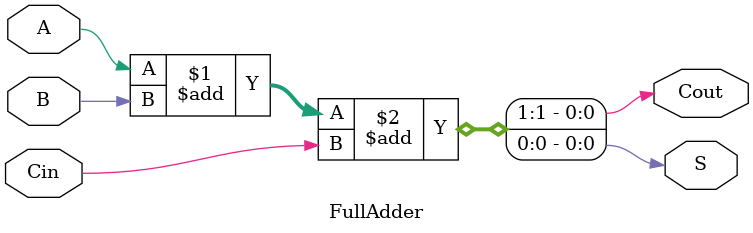
<source format=v>


// Code your design here
`define macro_args
`define indexed_part_select

module Multiplier_flat #(parameter M = 4, parameter N = 4)(
input [M-1:0] A, //Input A, size M
input [N-1:0] B, //Input B, size N
output [M+N-1:0] P );  //Output P (product), size M+N

/* Calculate LSB using Wolfram Alpha
 N==3 : http://www.wolframalpha.com/input/?i=0%2C+4%2C+9%2C+15%2C+...
 N==4 : http://www.wolframalpha.com/input/?i=0%2C+5%2C+11%2C+18%2C+26%2C+35%2C+...
 N==5 : http://www.wolframalpha.com/input/?i=0%2C+6%2C+13%2C+21%2C+30%2C+...
 */
`ifdef macro_args
// initial $display("Use Macro Args");
`define calc_pp_lsb(n) (((n)-1)*((n)+2*M)/2)
//`define calc_pp_msb(n) (`calc_pp_lsb(n+1)-1)
`define calc_pp_msb(n) ((n**2+(2*M+1)*n-2)/2)
//`define calc_range(n) `calc_pp_msb(n):`calc_pp_lsb(n)
`define calc_pp_range(n) `calc_pp_lsb(n) +: (M+n)

wire [`calc_pp_msb(N):0] PP;
assign PP[`calc_pp_range(1)] = { 1'b0 , { A & {M{B[0]}} } };
assign P = PP[`calc_pp_range(N)];
`elsif indexed_part_select
// initial $display("Use Indexed Part Select");
localparam MSB = (N**2+(2*M+1)*N-2)/2;
wire [MSB:0] PP;
assign PP[M:0] = { 1'b0 , { A & {M{B[0]}} } };
assign P = PP[MSB -: M+N];
`else
// initial $display("Use Worst Case");
localparam MSB = (N**2+(2*M+1)*N-2)/2;
wire [MSB:0] PP;
assign PP[M:0] = { 1'b0 , { A & {M{B[0]}} } };
assign P = PP[MSB : MSB+1-M-N];
`endif

genvar i;
generate
for (i=1; i < N; i=i+1)
begin: addPartialProduct
    wire [M+i-1:0] gA,gB,gS;
    wire Cout;
    assign gA = { A & {M{B[i]}} , {i{1'b0}} };
    `ifdef macro_args
    assign gB = PP[`calc_pp_range(i)];
    assign PP[`calc_pp_range(i+1)] = {Cout,gS};
    `elsif indexed_part_select
    assign gB = PP[(i-1)*(i+2*M)/2 +: M+i];
    assign PP[i*((i+1)+2*M)/2 +: M+i+1] = {Cout,gS};
    `else
    localparam LSB = (i-1)*(i+2*M)/2;
    localparam MSB = (i**2+(2*M+1)*i-2)/2;
    localparam MSB2 = ((i+1)**2+(2*M+1)*(i+1)-2)/2;
    assign gB = PP[MSB : LSB];
    assign PP[ MSB2 : MSB+1] = {Cout,gS};
    `endif
    RippleCarryAdder#(M+i) adder( .A(gA), .B(gB), .S(gS), .Cin (1'b0), .Cout(Cout) );
end
endgenerate

`ifdef macro_args
// Cleanup global space
`undef calc_pp_range
`undef calc_pp_msb
`undef calc_pp_lsb
`endif
endmodule

module Multiplier_2D #(parameter M = 4, parameter N = 4)(
input [M-1:0] A, //Input A, size M
input [N-1:0] B, //Input B, size N
output [M+N-1:0] P );  //Output P (product), size M+N

wire [M+N-1:0] PP [N-1:0];

// Note: bits PP[0][M+N-1:M+1] are never used. Unused bits are optimized out during synthesis
//assign PP[0][M:0] = { {1'b0} , { A & {M{B[0]}} } };
//assign PP[0][M+N-1:M+1] = {(N-1){1'b0}}; // uncomment to make probing readable
assign PP[0] = { {N{1'b0}} , { A & {M{B[0]}} } };
assign P = PP[N-1];

genvar i;
generate
for (i=1; i < N; i=i+1)
begin: addPartialProduct
    wire [M+i-1:0] gA,gB,gS; wire Cout;
    assign gA = { A & {M{B[i]}} , {i{1'b0}} };
    assign gB = PP[i-1][M+i-1:0];
    //assign PP[i][M+i:0] = {Cout,gS};
    //if (i+1<N) assign PP[i][M+N-1:M+i+1] = {(N-i){1'b0}}; // uncomment to make probing readable
    assign PP[i] = { {(N-i){1'b0}}, Cout, gS};
    RippleCarryAdder#(M+i) adder(
    	.A(gA), .B(gB), .S(gS), .Cin(1'b0), .Cout(Cout) );
end
endgenerate

//always@* foreach(S[i]) $display("S[%0d]:%b",i,S[i]);

endmodule

module RippleCarryAdder#(parameter N = 4)(A,B,Cin,S,Cout);

input [N-1:0] A;
input [N-1:0] B;
input Cin;
output [N-1:0] S;
output Cout;
wire [N:0] CC;

assign CC[0] = Cin;
assign Cout = CC[N];
genvar i;
generate
for (i=0; i < N; i=i+1)
begin: addbit
    FullAdder unit(A[i],B[i],CC[i],S[i],CC[i+1]);
end
endgenerate

endmodule

module FullAdder(input A,B,Cin, output wire S,Cout);
assign {Cout,S} = A+B+Cin;
endmodule

</source>
